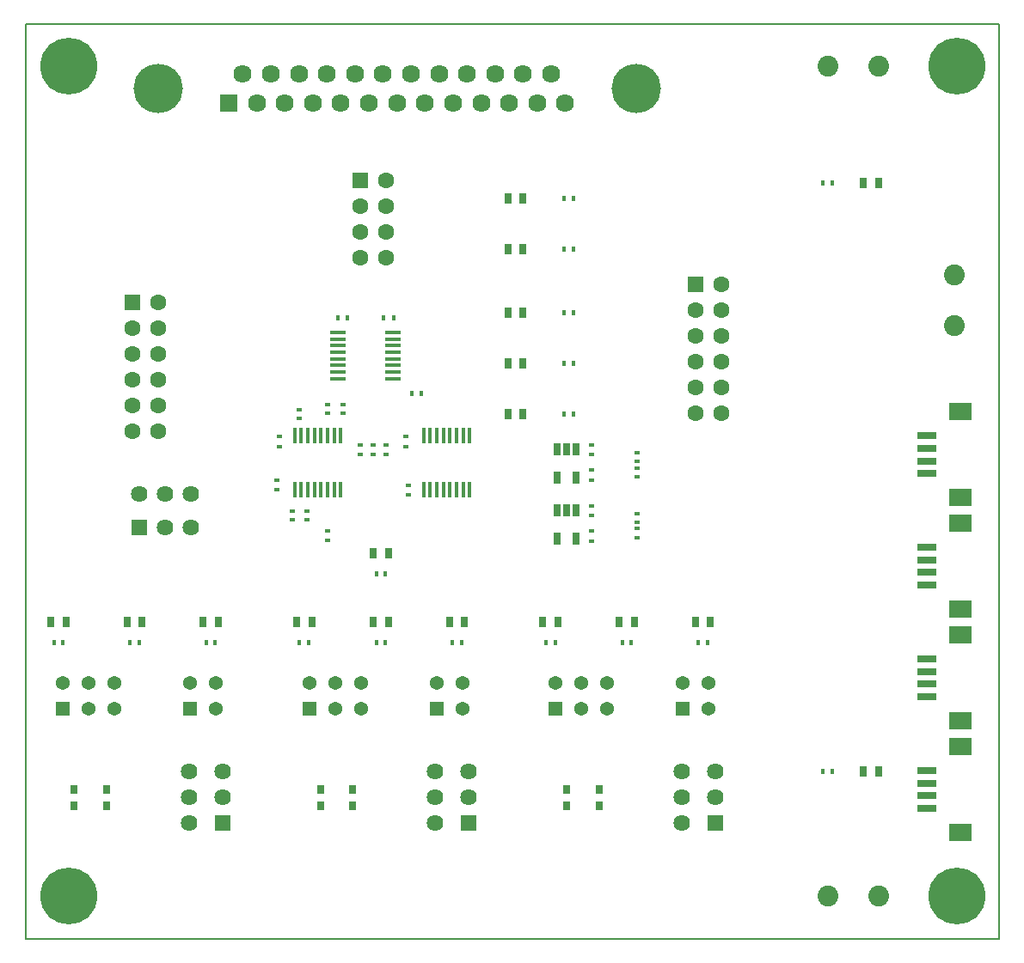
<source format=gts>
G04*
G04 #@! TF.GenerationSoftware,Altium Limited,Altium Designer,18.1.9 (240)*
G04*
G04 Layer_Color=8388736*
%FSLAX44Y44*%
%MOMM*%
G71*
G01*
G75*
%ADD11C,0.2000*%
%ADD15R,0.4000X0.6000*%
%ADD17R,0.6000X0.4000*%
%ADD18R,0.6000X0.4500*%
%ADD20R,0.4500X0.6000*%
%ADD26R,0.7016X1.2016*%
%ADD27R,0.8016X0.8516*%
%ADD28R,0.8016X1.0016*%
%ADD29R,1.5016X0.4516*%
%ADD30R,0.4516X1.5016*%
%ADD31R,2.3016X1.7016*%
%ADD32R,1.9016X0.8016*%
%ADD33C,1.3716*%
%ADD34R,1.3716X1.3716*%
%ADD35C,5.6016*%
%ADD36R,1.6256X1.6256*%
%ADD37C,1.6256*%
%ADD38C,2.0516*%
%ADD39C,1.6016*%
%ADD40R,1.6016X1.6016*%
%ADD41C,1.7916*%
%ADD42R,1.7916X1.7916*%
%ADD43C,4.8616*%
%ADD44R,1.6256X1.6256*%
D11*
Y901700D01*
X958850Y901700D01*
Y0D02*
Y901700D01*
X0Y0D02*
X958850D01*
D15*
X389500Y537500D02*
D03*
X380500D02*
D03*
X794500Y165000D02*
D03*
X785500D02*
D03*
X530500Y680000D02*
D03*
X539500D02*
D03*
X345500Y292500D02*
D03*
X354500D02*
D03*
X270000D02*
D03*
X279000D02*
D03*
X512600D02*
D03*
X521600D02*
D03*
X103000D02*
D03*
X112000D02*
D03*
X28000D02*
D03*
X37000D02*
D03*
X587600D02*
D03*
X596600D02*
D03*
X420500D02*
D03*
X429500D02*
D03*
X178000D02*
D03*
X187000D02*
D03*
X662600D02*
D03*
X671600D02*
D03*
X345500Y360000D02*
D03*
X354500D02*
D03*
X530500Y730000D02*
D03*
X539500D02*
D03*
X530500Y567500D02*
D03*
X539500D02*
D03*
X794500Y745000D02*
D03*
X785500D02*
D03*
X308000Y612500D02*
D03*
X317000D02*
D03*
X539500Y517500D02*
D03*
X530500D02*
D03*
X539500Y617500D02*
D03*
X530500D02*
D03*
D17*
X557500Y417500D02*
D03*
Y426500D02*
D03*
X602500Y479500D02*
D03*
Y470500D02*
D03*
X557500Y478000D02*
D03*
Y487000D02*
D03*
X602500Y464500D02*
D03*
Y455500D02*
D03*
Y419500D02*
D03*
Y410500D02*
D03*
Y404500D02*
D03*
Y395500D02*
D03*
X355000Y487000D02*
D03*
Y478000D02*
D03*
X342500Y487000D02*
D03*
Y478000D02*
D03*
X330000D02*
D03*
Y487000D02*
D03*
X270000Y513000D02*
D03*
Y522000D02*
D03*
X297500Y527000D02*
D03*
Y518000D02*
D03*
X312500Y527000D02*
D03*
Y518000D02*
D03*
X277500Y422000D02*
D03*
Y413000D02*
D03*
X297500Y402000D02*
D03*
Y393000D02*
D03*
X262500Y413000D02*
D03*
Y422000D02*
D03*
X377500Y447000D02*
D03*
Y438000D02*
D03*
X247500Y452000D02*
D03*
Y443000D02*
D03*
D18*
X557500Y462500D02*
D03*
Y452500D02*
D03*
Y402500D02*
D03*
Y392500D02*
D03*
X250000Y495000D02*
D03*
Y485000D02*
D03*
X375000Y495000D02*
D03*
Y485000D02*
D03*
D20*
X362500Y612500D02*
D03*
X352500D02*
D03*
D26*
X542500Y483000D02*
D03*
X533000D02*
D03*
X523500D02*
D03*
Y455000D02*
D03*
X542500D02*
D03*
Y422500D02*
D03*
X533000D02*
D03*
X523500D02*
D03*
Y394500D02*
D03*
X542500D02*
D03*
D27*
X533000Y131000D02*
D03*
X565000D02*
D03*
Y147500D02*
D03*
X533000D02*
D03*
X290500Y131000D02*
D03*
X322500D02*
D03*
Y147500D02*
D03*
X290500D02*
D03*
X48000Y131000D02*
D03*
X80000D02*
D03*
Y147500D02*
D03*
X48000D02*
D03*
D28*
X840000Y165000D02*
D03*
X825000D02*
D03*
X490000Y680000D02*
D03*
X475000D02*
D03*
X342500Y312500D02*
D03*
X357500D02*
D03*
X267000Y312500D02*
D03*
X282000Y312500D02*
D03*
X509600D02*
D03*
X524600D02*
D03*
X100000D02*
D03*
X115000D02*
D03*
X25000D02*
D03*
X40000D02*
D03*
X584600D02*
D03*
X599600D02*
D03*
X417500D02*
D03*
X432500D02*
D03*
X175000D02*
D03*
X190000D02*
D03*
X659600Y312500D02*
D03*
X674600Y312500D02*
D03*
X342500Y380000D02*
D03*
X357500D02*
D03*
X490000Y730000D02*
D03*
X475000D02*
D03*
X490000Y567500D02*
D03*
X475000D02*
D03*
X825000Y745000D02*
D03*
X840000D02*
D03*
X475000Y517500D02*
D03*
X490000D02*
D03*
X475000Y617500D02*
D03*
X490000D02*
D03*
D29*
X361500Y552500D02*
D03*
Y559000D02*
D03*
Y565500D02*
D03*
Y572000D02*
D03*
Y578500D02*
D03*
Y585000D02*
D03*
Y591500D02*
D03*
Y598000D02*
D03*
X307500Y552500D02*
D03*
Y559000D02*
D03*
Y565500D02*
D03*
Y572000D02*
D03*
Y578500D02*
D03*
Y585000D02*
D03*
Y591500D02*
D03*
Y598000D02*
D03*
D30*
X392000Y442500D02*
D03*
X398500D02*
D03*
X405000D02*
D03*
X411500D02*
D03*
X418000D02*
D03*
X424500D02*
D03*
X431000D02*
D03*
X437500D02*
D03*
X392000Y496500D02*
D03*
X398500D02*
D03*
X405000D02*
D03*
X411500D02*
D03*
X418000D02*
D03*
X424500D02*
D03*
X431000D02*
D03*
X437500D02*
D03*
X265000Y442500D02*
D03*
X271500D02*
D03*
X278000D02*
D03*
X284500D02*
D03*
X291000D02*
D03*
X297500D02*
D03*
X304000D02*
D03*
X310500D02*
D03*
X265000Y496500D02*
D03*
X271500D02*
D03*
X278000D02*
D03*
X284500D02*
D03*
X291000D02*
D03*
X297500D02*
D03*
X304000D02*
D03*
X310500D02*
D03*
D31*
X920942Y189750D02*
D03*
Y105250D02*
D03*
Y299750D02*
D03*
Y215250D02*
D03*
Y435250D02*
D03*
Y519750D02*
D03*
Y325250D02*
D03*
Y409750D02*
D03*
D32*
X887942Y141250D02*
D03*
Y128750D02*
D03*
Y153750D02*
D03*
Y166250D02*
D03*
Y251250D02*
D03*
Y238750D02*
D03*
Y263750D02*
D03*
Y276250D02*
D03*
Y496250D02*
D03*
Y483750D02*
D03*
Y458750D02*
D03*
Y471250D02*
D03*
Y386250D02*
D03*
Y373750D02*
D03*
Y348750D02*
D03*
Y361250D02*
D03*
D33*
X162300Y252500D02*
D03*
X187700D02*
D03*
Y227100D02*
D03*
X672700Y227100D02*
D03*
Y252500D02*
D03*
X647300D02*
D03*
X404800Y252500D02*
D03*
X430200D02*
D03*
Y227100D02*
D03*
X572900Y227100D02*
D03*
Y252500D02*
D03*
X547500Y227100D02*
D03*
Y252500D02*
D03*
X522100D02*
D03*
X87900Y227100D02*
D03*
Y252500D02*
D03*
X62500Y227100D02*
D03*
Y252500D02*
D03*
X37100D02*
D03*
X330400Y227100D02*
D03*
Y252500D02*
D03*
X305000Y227100D02*
D03*
Y252500D02*
D03*
X279600D02*
D03*
D34*
X162300Y227100D02*
D03*
X647300Y227100D02*
D03*
X404800Y227100D02*
D03*
X522100Y227100D02*
D03*
X37100Y227100D02*
D03*
X279600D02*
D03*
D35*
X42500Y860000D02*
D03*
X917500D02*
D03*
Y42500D02*
D03*
X42500D02*
D03*
D36*
X679010Y114800D02*
D03*
X436510Y114800D02*
D03*
X194010D02*
D03*
D37*
X679010Y140200D02*
D03*
Y165600D02*
D03*
X645990Y114800D02*
D03*
Y140200D02*
D03*
Y165600D02*
D03*
X403490Y165600D02*
D03*
Y140200D02*
D03*
Y114800D02*
D03*
X436510Y165600D02*
D03*
Y140200D02*
D03*
X194010D02*
D03*
Y165600D02*
D03*
X160990Y114800D02*
D03*
Y140200D02*
D03*
Y165600D02*
D03*
X137500Y405990D02*
D03*
X162900D02*
D03*
X112100Y439010D02*
D03*
X137500D02*
D03*
X162900D02*
D03*
D38*
X915000Y655000D02*
D03*
Y605000D02*
D03*
X790000Y860000D02*
D03*
X840000D02*
D03*
Y42500D02*
D03*
X790000D02*
D03*
D39*
X130440Y500900D02*
D03*
X105040D02*
D03*
X130440Y526300D02*
D03*
X105040D02*
D03*
X130440Y551700D02*
D03*
X105040D02*
D03*
X130440Y577100D02*
D03*
X105040D02*
D03*
X130440Y602500D02*
D03*
X105040D02*
D03*
X130440Y627900D02*
D03*
X685400Y518000D02*
D03*
X660000D02*
D03*
X685400Y543400D02*
D03*
X660000D02*
D03*
X685400Y568800D02*
D03*
X660000D02*
D03*
X685400Y594200D02*
D03*
X660000D02*
D03*
X685400Y619600D02*
D03*
X660000D02*
D03*
X685400Y645000D02*
D03*
X355400Y671300D02*
D03*
X330000D02*
D03*
X355400Y696700D02*
D03*
X330000D02*
D03*
X355400Y722100D02*
D03*
X330000D02*
D03*
X355400Y747500D02*
D03*
D40*
X105040Y627900D02*
D03*
X660000Y645000D02*
D03*
X330000Y747500D02*
D03*
D41*
X531525Y824100D02*
D03*
X517720Y852500D02*
D03*
X503915Y824100D02*
D03*
X490110Y852500D02*
D03*
X476305Y824100D02*
D03*
X462500Y852500D02*
D03*
X448695Y824100D02*
D03*
X434890Y852500D02*
D03*
X421085Y824100D02*
D03*
X407280Y852500D02*
D03*
X393475Y824100D02*
D03*
X379670Y852500D02*
D03*
X365865Y824100D02*
D03*
X352060Y852500D02*
D03*
X338255Y824100D02*
D03*
X324450Y852500D02*
D03*
X310645Y824100D02*
D03*
X296840Y852500D02*
D03*
X283035Y824100D02*
D03*
X269230Y852500D02*
D03*
X255425Y824100D02*
D03*
X241620Y852500D02*
D03*
X227815Y824100D02*
D03*
X214010Y852500D02*
D03*
D42*
X200205Y824100D02*
D03*
D43*
X130605Y838300D02*
D03*
X601125D02*
D03*
D44*
X112100Y405990D02*
D03*
M02*

</source>
